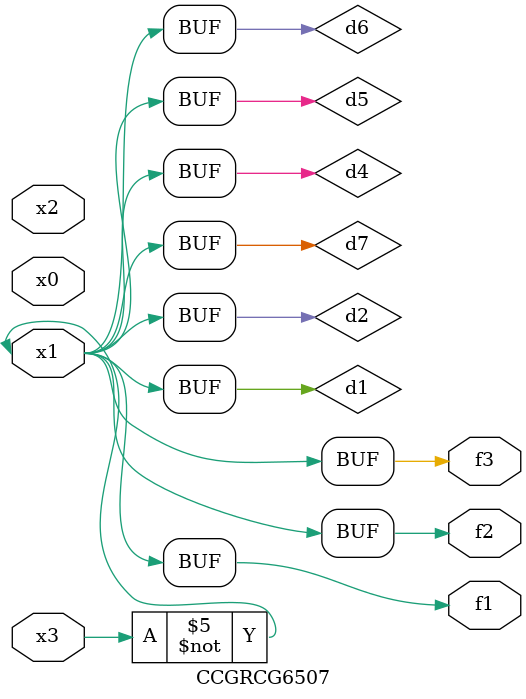
<source format=v>
module CCGRCG6507(
	input x0, x1, x2, x3,
	output f1, f2, f3
);

	wire d1, d2, d3, d4, d5, d6, d7;

	not (d1, x3);
	buf (d2, x1);
	xnor (d3, d1, d2);
	nor (d4, d1);
	buf (d5, d1, d2);
	buf (d6, d4, d5);
	nand (d7, d4);
	assign f1 = d6;
	assign f2 = d7;
	assign f3 = d6;
endmodule

</source>
